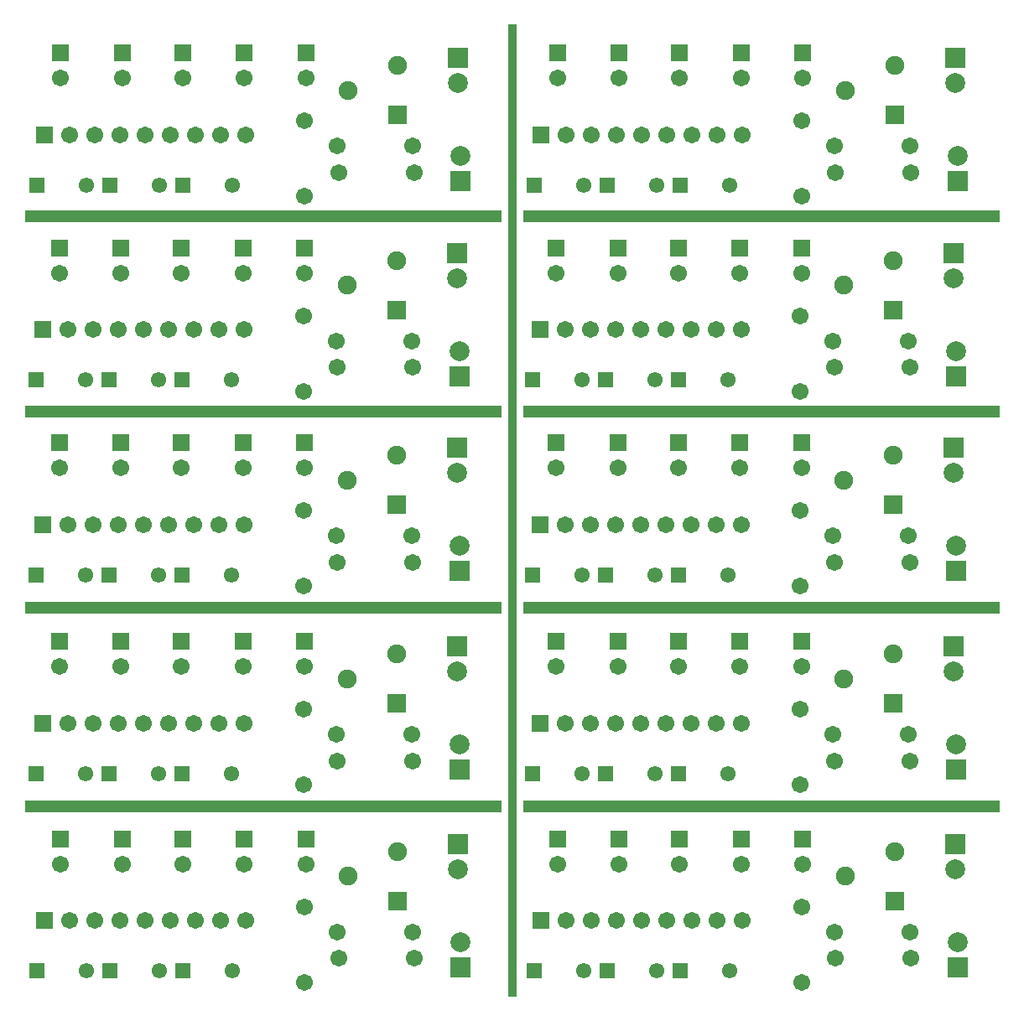
<source format=gbs>
G04 Layer_Color=16711935*
%FSLAX25Y25*%
%MOIN*%
G70*
G01*
G75*
%ADD29R,1.89776X0.04737*%
%ADD30R,0.03556X3.86627*%
%ADD31R,0.06706X0.06706*%
%ADD32C,0.06706*%
%ADD33C,0.06115*%
%ADD34R,0.06115X0.06115*%
%ADD35R,0.07493X0.07493*%
%ADD36C,0.07493*%
%ADD37R,0.07887X0.07887*%
%ADD38C,0.07887*%
%ADD39R,0.06706X0.06706*%
D29*
X297000Y78000D02*
D03*
Y157000D02*
D03*
Y235000D02*
D03*
Y312500D02*
D03*
X99000D02*
D03*
Y235000D02*
D03*
Y157000D02*
D03*
Y78000D02*
D03*
D30*
X198000Y195500D02*
D03*
D31*
X18500Y377500D02*
D03*
X43000D02*
D03*
X67000D02*
D03*
X91500D02*
D03*
X116000D02*
D03*
X313500D02*
D03*
X289000D02*
D03*
X264500D02*
D03*
X240500D02*
D03*
X216000D02*
D03*
X18000Y300000D02*
D03*
X42500D02*
D03*
X66500D02*
D03*
X91000D02*
D03*
X115500D02*
D03*
X313000D02*
D03*
X288500D02*
D03*
X264000D02*
D03*
X240000D02*
D03*
X215500D02*
D03*
X18000Y222500D02*
D03*
X42500D02*
D03*
X66500D02*
D03*
X91000D02*
D03*
X115500D02*
D03*
X313000D02*
D03*
X288500D02*
D03*
X264000D02*
D03*
X240000D02*
D03*
X215500D02*
D03*
X18000Y143500D02*
D03*
X42500D02*
D03*
X66500D02*
D03*
X91000D02*
D03*
X115500D02*
D03*
X313000D02*
D03*
X288500D02*
D03*
X264000D02*
D03*
X240000D02*
D03*
X215500D02*
D03*
X216000Y65000D02*
D03*
X240500D02*
D03*
X264500D02*
D03*
X289000D02*
D03*
X313500D02*
D03*
X67000D02*
D03*
X43000D02*
D03*
X18500D02*
D03*
X116000D02*
D03*
X91500D02*
D03*
D32*
X18500Y367500D02*
D03*
X129000Y330000D02*
D03*
X159000D02*
D03*
X43000Y367500D02*
D03*
X67000D02*
D03*
X91500D02*
D03*
X116000D02*
D03*
X115500Y350500D02*
D03*
Y320500D02*
D03*
X158500Y340500D02*
D03*
X128500D02*
D03*
X32000Y345000D02*
D03*
X42000D02*
D03*
X52000D02*
D03*
X62000D02*
D03*
X72000D02*
D03*
X82000D02*
D03*
X92000D02*
D03*
X22000D02*
D03*
X229500D02*
D03*
X239500D02*
D03*
X249500D02*
D03*
X259500D02*
D03*
X269500D02*
D03*
X279500D02*
D03*
X289500D02*
D03*
X219500D02*
D03*
X356000Y340500D02*
D03*
X326000D02*
D03*
X313000Y350500D02*
D03*
Y320500D02*
D03*
X313500Y367500D02*
D03*
X289000D02*
D03*
X264500D02*
D03*
X240500D02*
D03*
X326500Y330000D02*
D03*
X356500D02*
D03*
X216000Y367500D02*
D03*
X18000Y290000D02*
D03*
X128500Y252500D02*
D03*
X158500D02*
D03*
X42500Y290000D02*
D03*
X66500D02*
D03*
X91000D02*
D03*
X115500D02*
D03*
X115000Y273000D02*
D03*
Y243000D02*
D03*
X158000Y263000D02*
D03*
X128000D02*
D03*
X31500Y267500D02*
D03*
X41500D02*
D03*
X51500D02*
D03*
X61500D02*
D03*
X71500D02*
D03*
X81500D02*
D03*
X91500D02*
D03*
X21500D02*
D03*
X229000D02*
D03*
X239000D02*
D03*
X249000D02*
D03*
X259000D02*
D03*
X269000D02*
D03*
X279000D02*
D03*
X289000D02*
D03*
X219000D02*
D03*
X355500Y263000D02*
D03*
X325500D02*
D03*
X312500Y273000D02*
D03*
Y243000D02*
D03*
X313000Y290000D02*
D03*
X288500D02*
D03*
X264000D02*
D03*
X240000D02*
D03*
X326000Y252500D02*
D03*
X356000D02*
D03*
X215500Y290000D02*
D03*
X18000Y212500D02*
D03*
X128500Y175000D02*
D03*
X158500D02*
D03*
X42500Y212500D02*
D03*
X66500D02*
D03*
X91000D02*
D03*
X115500D02*
D03*
X115000Y195500D02*
D03*
Y165500D02*
D03*
X158000Y185500D02*
D03*
X128000D02*
D03*
X31500Y190000D02*
D03*
X41500D02*
D03*
X51500D02*
D03*
X61500D02*
D03*
X71500D02*
D03*
X81500D02*
D03*
X91500D02*
D03*
X21500D02*
D03*
X229000D02*
D03*
X239000D02*
D03*
X249000D02*
D03*
X259000D02*
D03*
X269000D02*
D03*
X279000D02*
D03*
X289000D02*
D03*
X219000D02*
D03*
X355500Y185500D02*
D03*
X325500D02*
D03*
X312500Y195500D02*
D03*
Y165500D02*
D03*
X313000Y212500D02*
D03*
X288500D02*
D03*
X264000D02*
D03*
X240000D02*
D03*
X326000Y175000D02*
D03*
X356000D02*
D03*
X215500Y212500D02*
D03*
X18000Y133500D02*
D03*
X128500Y96000D02*
D03*
X158500D02*
D03*
X42500Y133500D02*
D03*
X66500D02*
D03*
X91000D02*
D03*
X115500D02*
D03*
X115000Y116500D02*
D03*
Y86500D02*
D03*
X158000Y106500D02*
D03*
X128000D02*
D03*
X31500Y111000D02*
D03*
X41500D02*
D03*
X51500D02*
D03*
X61500D02*
D03*
X71500D02*
D03*
X81500D02*
D03*
X91500D02*
D03*
X21500D02*
D03*
X229000D02*
D03*
X239000D02*
D03*
X249000D02*
D03*
X259000D02*
D03*
X269000D02*
D03*
X279000D02*
D03*
X289000D02*
D03*
X219000D02*
D03*
X355500Y106500D02*
D03*
X325500D02*
D03*
X312500Y116500D02*
D03*
Y86500D02*
D03*
X313000Y133500D02*
D03*
X288500D02*
D03*
X264000D02*
D03*
X240000D02*
D03*
X326000Y96000D02*
D03*
X356000D02*
D03*
X215500Y133500D02*
D03*
X216000Y55000D02*
D03*
X326500Y17500D02*
D03*
X356500D02*
D03*
X240500Y55000D02*
D03*
X264500D02*
D03*
X289000D02*
D03*
X313500D02*
D03*
X313000Y38000D02*
D03*
Y8000D02*
D03*
X356000Y28000D02*
D03*
X326000D02*
D03*
X229500Y32500D02*
D03*
X239500D02*
D03*
X249500D02*
D03*
X259500D02*
D03*
X269500D02*
D03*
X279500D02*
D03*
X289500D02*
D03*
X219500D02*
D03*
X32000D02*
D03*
X42000D02*
D03*
X52000D02*
D03*
X62000D02*
D03*
X72000D02*
D03*
X82000D02*
D03*
X92000D02*
D03*
X22000D02*
D03*
X67000Y55000D02*
D03*
X43000D02*
D03*
X18500D02*
D03*
X158500Y28000D02*
D03*
X128500D02*
D03*
X129000Y17500D02*
D03*
X159000D02*
D03*
X115500Y38000D02*
D03*
Y8000D02*
D03*
X116000Y55000D02*
D03*
X91500D02*
D03*
D33*
X57843Y325000D02*
D03*
X28843D02*
D03*
X86843D02*
D03*
X284343D02*
D03*
X226343D02*
D03*
X255343D02*
D03*
X57343Y247500D02*
D03*
X28343D02*
D03*
X86343D02*
D03*
X283843D02*
D03*
X225843D02*
D03*
X254843D02*
D03*
X57343Y170000D02*
D03*
X28343D02*
D03*
X86343D02*
D03*
X283843D02*
D03*
X225843D02*
D03*
X254843D02*
D03*
X57343Y91000D02*
D03*
X28343D02*
D03*
X86343D02*
D03*
X283843D02*
D03*
X225843D02*
D03*
X254843D02*
D03*
X255343Y12500D02*
D03*
X226343D02*
D03*
X284343D02*
D03*
X86843D02*
D03*
X28843D02*
D03*
X57843D02*
D03*
D34*
X38157Y325000D02*
D03*
X9157D02*
D03*
X67157D02*
D03*
X264657D02*
D03*
X206657D02*
D03*
X235657D02*
D03*
X37657Y247500D02*
D03*
X8657D02*
D03*
X66657D02*
D03*
X264157D02*
D03*
X206157D02*
D03*
X235157D02*
D03*
X37657Y170000D02*
D03*
X8657D02*
D03*
X66657D02*
D03*
X264157D02*
D03*
X206157D02*
D03*
X235157D02*
D03*
X37657Y91000D02*
D03*
X8657D02*
D03*
X66657D02*
D03*
X264157D02*
D03*
X206157D02*
D03*
X235157D02*
D03*
X235657Y12500D02*
D03*
X206657D02*
D03*
X264657D02*
D03*
X67157D02*
D03*
X9157D02*
D03*
X38157D02*
D03*
D35*
X152500Y352815D02*
D03*
X350000D02*
D03*
X152000Y275315D02*
D03*
X349500D02*
D03*
X152000Y197815D02*
D03*
X349500D02*
D03*
X152000Y118815D02*
D03*
X349500D02*
D03*
X350000Y40315D02*
D03*
X152500D02*
D03*
D36*
X132815Y362657D02*
D03*
X152500Y372500D02*
D03*
X330315Y362657D02*
D03*
X350000Y372500D02*
D03*
X132315Y285157D02*
D03*
X152000Y295000D02*
D03*
X329815Y285157D02*
D03*
X349500Y295000D02*
D03*
X132315Y207657D02*
D03*
X152000Y217500D02*
D03*
X329815Y207657D02*
D03*
X349500Y217500D02*
D03*
X132315Y128657D02*
D03*
X152000Y138500D02*
D03*
X329815Y128657D02*
D03*
X349500Y138500D02*
D03*
X330315Y50157D02*
D03*
X350000Y60000D02*
D03*
X132815Y50157D02*
D03*
X152500Y60000D02*
D03*
D37*
X176500Y375500D02*
D03*
X177500Y326500D02*
D03*
X375000D02*
D03*
X374000Y375500D02*
D03*
X176000Y298000D02*
D03*
X177000Y249000D02*
D03*
X374500D02*
D03*
X373500Y298000D02*
D03*
X176000Y220500D02*
D03*
X177000Y171500D02*
D03*
X374500D02*
D03*
X373500Y220500D02*
D03*
X176000Y141500D02*
D03*
X177000Y92500D02*
D03*
X374500D02*
D03*
X373500Y141500D02*
D03*
X374000Y63000D02*
D03*
X375000Y14000D02*
D03*
X176500Y63000D02*
D03*
X177500Y14000D02*
D03*
D38*
X176500Y365500D02*
D03*
X177500Y336500D02*
D03*
X375000D02*
D03*
X374000Y365500D02*
D03*
X176000Y288000D02*
D03*
X177000Y259000D02*
D03*
X374500D02*
D03*
X373500Y288000D02*
D03*
X176000Y210500D02*
D03*
X177000Y181500D02*
D03*
X374500D02*
D03*
X373500Y210500D02*
D03*
X176000Y131500D02*
D03*
X177000Y102500D02*
D03*
X374500D02*
D03*
X373500Y131500D02*
D03*
X374000Y53000D02*
D03*
X375000Y24000D02*
D03*
X176500Y53000D02*
D03*
X177500Y24000D02*
D03*
D39*
X12000Y345000D02*
D03*
X209500D02*
D03*
X11500Y267500D02*
D03*
X209000D02*
D03*
X11500Y190000D02*
D03*
X209000D02*
D03*
X11500Y111000D02*
D03*
X209000D02*
D03*
X209500Y32500D02*
D03*
X12000D02*
D03*
M02*

</source>
